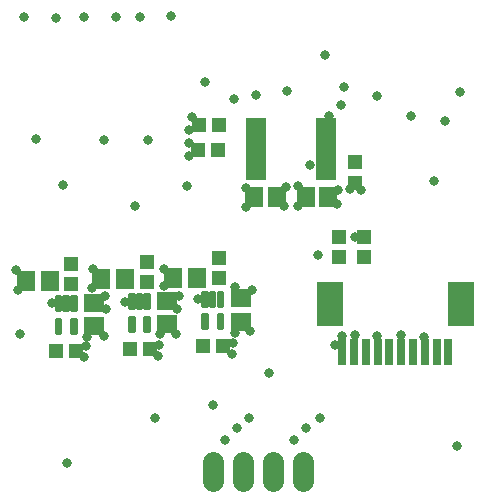
<source format=gbr>
G04 EAGLE Gerber RS-274X export*
G75*
%MOMM*%
%FSLAX34Y34*%
%LPD*%
%INSoldermask Top*%
%IPPOS*%
%AMOC8*
5,1,8,0,0,1.08239X$1,22.5*%
G01*
%ADD10R,0.763200X2.233200*%
%ADD11R,2.183200X3.763200*%
%ADD12C,1.819200*%
%ADD13R,1.678200X0.653200*%
%ADD14R,1.503200X1.703200*%
%ADD15R,1.303200X1.203200*%
%ADD16R,1.203200X1.303200*%
%ADD17R,1.503200X1.803200*%
%ADD18C,0.301600*%
%ADD19R,1.803200X1.503200*%
%ADD20C,0.813200*%


D10*
X287743Y126927D03*
X297743Y126927D03*
X307743Y126927D03*
X317743Y126927D03*
X327743Y126927D03*
X337743Y126927D03*
X347743Y126927D03*
X357743Y126927D03*
X367743Y126927D03*
X377743Y126927D03*
D11*
X277143Y167577D03*
X388343Y167577D03*
D12*
X254205Y33480D02*
X254205Y17320D01*
X228805Y17320D02*
X228805Y33480D01*
X203405Y33480D02*
X203405Y17320D01*
X178005Y17320D02*
X178005Y33480D01*
D13*
X273887Y276074D03*
X273887Y282574D03*
X273887Y289074D03*
X273887Y295574D03*
X273887Y302074D03*
X273887Y308574D03*
X273887Y315074D03*
X273887Y321574D03*
X215127Y321574D03*
X215127Y315074D03*
X215127Y308574D03*
X215127Y302074D03*
X215127Y295574D03*
X215127Y289074D03*
X215127Y282574D03*
X215127Y276074D03*
D14*
X275847Y258350D03*
X256847Y258350D03*
X213405Y258232D03*
X232405Y258232D03*
D15*
X284980Y207335D03*
X284980Y224335D03*
X306461Y207380D03*
X306461Y224380D03*
D16*
X182719Y298174D03*
X165719Y298174D03*
X183223Y319251D03*
X166223Y319251D03*
D15*
X298343Y287234D03*
X298343Y270234D03*
D17*
X164603Y189498D03*
X144603Y189498D03*
D18*
X183059Y176987D02*
X183059Y166071D01*
X183059Y176987D02*
X186075Y176987D01*
X186075Y166071D01*
X183059Y166071D01*
X183059Y168936D02*
X186075Y168936D01*
X186075Y171801D02*
X183059Y171801D01*
X183059Y174666D02*
X186075Y174666D01*
X176559Y176987D02*
X176559Y166071D01*
X176559Y176987D02*
X179575Y176987D01*
X179575Y166071D01*
X176559Y166071D01*
X176559Y168936D02*
X179575Y168936D01*
X179575Y171801D02*
X176559Y171801D01*
X176559Y174666D02*
X179575Y174666D01*
X170059Y176987D02*
X170059Y166071D01*
X170059Y176987D02*
X173075Y176987D01*
X173075Y166071D01*
X170059Y166071D01*
X170059Y168936D02*
X173075Y168936D01*
X173075Y171801D02*
X170059Y171801D01*
X170059Y174666D02*
X173075Y174666D01*
X170059Y157787D02*
X170059Y146871D01*
X170059Y157787D02*
X173075Y157787D01*
X173075Y146871D01*
X170059Y146871D01*
X170059Y149736D02*
X173075Y149736D01*
X173075Y152601D02*
X170059Y152601D01*
X170059Y155466D02*
X173075Y155466D01*
X183059Y157787D02*
X183059Y146871D01*
X183059Y157787D02*
X186075Y157787D01*
X186075Y146871D01*
X183059Y146871D01*
X183059Y149736D02*
X186075Y149736D01*
X186075Y152601D02*
X183059Y152601D01*
X183059Y155466D02*
X186075Y155466D01*
D19*
X202289Y152147D03*
X202289Y172147D03*
D15*
X183515Y206252D03*
X183515Y189252D03*
D16*
X169957Y132157D03*
X186957Y132157D03*
D17*
X103893Y188320D03*
X83893Y188320D03*
D18*
X121164Y174663D02*
X121164Y163747D01*
X121164Y174663D02*
X124180Y174663D01*
X124180Y163747D01*
X121164Y163747D01*
X121164Y166612D02*
X124180Y166612D01*
X124180Y169477D02*
X121164Y169477D01*
X121164Y172342D02*
X124180Y172342D01*
X114664Y174663D02*
X114664Y163747D01*
X114664Y174663D02*
X117680Y174663D01*
X117680Y163747D01*
X114664Y163747D01*
X114664Y166612D02*
X117680Y166612D01*
X117680Y169477D02*
X114664Y169477D01*
X114664Y172342D02*
X117680Y172342D01*
X108164Y174663D02*
X108164Y163747D01*
X108164Y174663D02*
X111180Y174663D01*
X111180Y163747D01*
X108164Y163747D01*
X108164Y166612D02*
X111180Y166612D01*
X111180Y169477D02*
X108164Y169477D01*
X108164Y172342D02*
X111180Y172342D01*
X108164Y155463D02*
X108164Y144547D01*
X108164Y155463D02*
X111180Y155463D01*
X111180Y144547D01*
X108164Y144547D01*
X108164Y147412D02*
X111180Y147412D01*
X111180Y150277D02*
X108164Y150277D01*
X108164Y153142D02*
X111180Y153142D01*
X121164Y155463D02*
X121164Y144547D01*
X121164Y155463D02*
X124180Y155463D01*
X124180Y144547D01*
X121164Y144547D01*
X121164Y147412D02*
X124180Y147412D01*
X124180Y150277D02*
X121164Y150277D01*
X121164Y153142D02*
X124180Y153142D01*
D19*
X139176Y150097D03*
X139176Y170097D03*
D15*
X122319Y202936D03*
X122319Y185936D03*
D16*
X107723Y129421D03*
X124723Y129421D03*
D17*
X40141Y187246D03*
X20141Y187246D03*
D18*
X59124Y173187D02*
X59124Y162271D01*
X59124Y173187D02*
X62140Y173187D01*
X62140Y162271D01*
X59124Y162271D01*
X59124Y165136D02*
X62140Y165136D01*
X62140Y168001D02*
X59124Y168001D01*
X59124Y170866D02*
X62140Y170866D01*
X52624Y173187D02*
X52624Y162271D01*
X52624Y173187D02*
X55640Y173187D01*
X55640Y162271D01*
X52624Y162271D01*
X52624Y165136D02*
X55640Y165136D01*
X55640Y168001D02*
X52624Y168001D01*
X52624Y170866D02*
X55640Y170866D01*
X46124Y173187D02*
X46124Y162271D01*
X46124Y173187D02*
X49140Y173187D01*
X49140Y162271D01*
X46124Y162271D01*
X46124Y165136D02*
X49140Y165136D01*
X49140Y168001D02*
X46124Y168001D01*
X46124Y170866D02*
X49140Y170866D01*
X46124Y153987D02*
X46124Y143071D01*
X46124Y153987D02*
X49140Y153987D01*
X49140Y143071D01*
X46124Y143071D01*
X46124Y145936D02*
X49140Y145936D01*
X49140Y148801D02*
X46124Y148801D01*
X46124Y151666D02*
X49140Y151666D01*
X59124Y153987D02*
X59124Y143071D01*
X59124Y153987D02*
X62140Y153987D01*
X62140Y143071D01*
X59124Y143071D01*
X59124Y145936D02*
X62140Y145936D01*
X62140Y148801D02*
X59124Y148801D01*
X59124Y151666D02*
X62140Y151666D01*
D19*
X77290Y148363D03*
X77290Y168363D03*
D15*
X58390Y201415D03*
X58390Y184415D03*
D16*
X45140Y127728D03*
X62140Y127728D03*
D20*
X374789Y322720D03*
X387164Y346805D03*
X288869Y350851D03*
X317005Y343873D03*
X196502Y340848D03*
X215081Y344057D03*
X284135Y263590D03*
X283767Y252266D03*
X294263Y264511D03*
X303602Y263628D03*
X206702Y249503D03*
X86088Y140679D03*
X72093Y139851D03*
X146855Y142153D03*
X133873Y141600D03*
X209725Y144158D03*
X197154Y143204D03*
X70451Y131490D03*
X69320Y122155D03*
X132923Y132535D03*
X131516Y122945D03*
X195069Y134389D03*
X194046Y124799D03*
X287776Y140463D03*
X281741Y132578D03*
X157851Y303751D03*
X158010Y292613D03*
X206066Y265326D03*
X18010Y410333D03*
X45081Y409891D03*
X69389Y410443D03*
X96128Y410112D03*
X116900Y410001D03*
X143087Y410885D03*
X276401Y326288D03*
X260288Y284950D03*
X250068Y267088D03*
X250621Y250240D03*
X240262Y266858D03*
X238835Y250424D03*
X11892Y196150D03*
X13235Y179143D03*
X76941Y196767D03*
X76275Y180873D03*
X86946Y174443D03*
X87377Y162868D03*
X148144Y162960D03*
X149525Y174192D03*
X137096Y182478D03*
X136635Y197393D03*
X103809Y168942D03*
X41893Y167839D03*
X165304Y171513D03*
X211530Y179300D03*
X197336Y181602D03*
X298876Y140847D03*
X317621Y140427D03*
X337822Y140738D03*
X357332Y139667D03*
X160431Y325890D03*
X158310Y314851D03*
X225366Y109149D03*
X385196Y46874D03*
X129067Y70980D03*
X178554Y81694D03*
X54837Y32812D03*
X15381Y141960D03*
X51493Y268519D03*
X112349Y250439D03*
X156486Y267180D03*
X171198Y355570D03*
X273376Y378152D03*
X345740Y326777D03*
X286890Y336151D03*
X365802Y271198D03*
X241310Y347634D03*
X267487Y209077D03*
X298498Y224369D03*
X123761Y306133D03*
X85945Y306362D03*
X28904Y306931D03*
X208995Y71086D03*
X269259Y70843D03*
X198934Y62326D03*
X257148Y62097D03*
X188621Y52473D03*
X246605Y52473D03*
M02*

</source>
